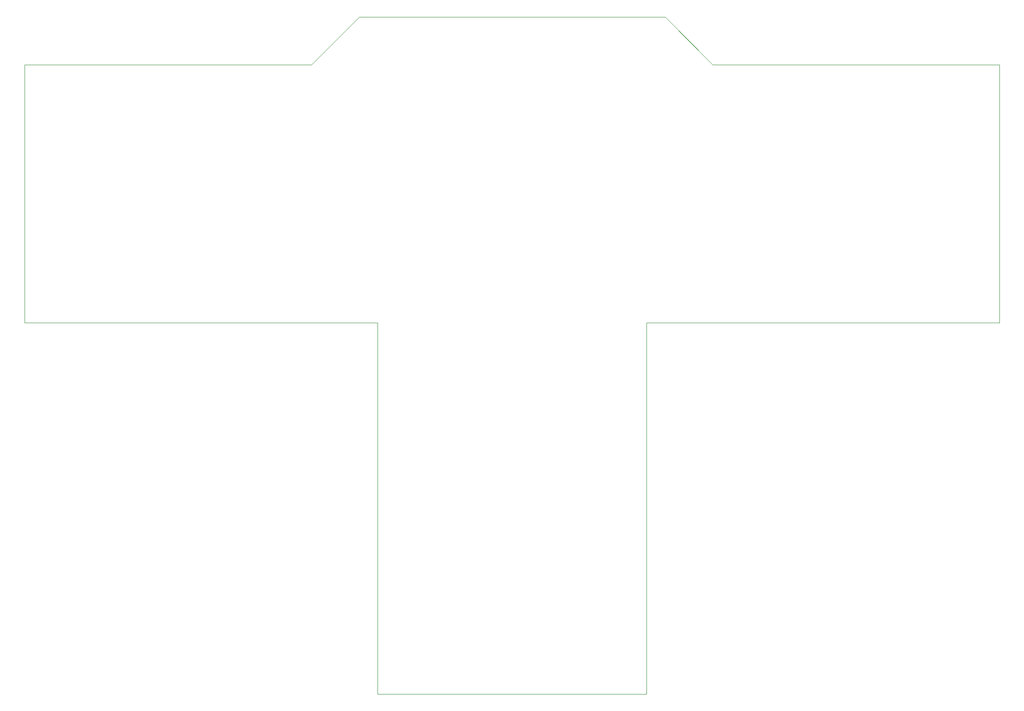
<source format=gm1>
%TF.GenerationSoftware,KiCad,Pcbnew,8.0.3*%
%TF.CreationDate,2024-07-01T16:21:37+02:00*%
%TF.ProjectId,bottomPCB,626f7474-6f6d-4504-9342-2e6b69636164,rev?*%
%TF.SameCoordinates,Original*%
%TF.FileFunction,Profile,NP*%
%FSLAX46Y46*%
G04 Gerber Fmt 4.6, Leading zero omitted, Abs format (unit mm)*
G04 Created by KiCad (PCBNEW 8.0.3) date 2024-07-01 16:21:37*
%MOMM*%
%LPD*%
G01*
G04 APERTURE LIST*
%TA.AperFunction,Profile*%
%ADD10C,0.050000*%
%TD*%
G04 APERTURE END LIST*
D10*
X-28000000Y17000000D02*
X-19000000Y26000000D01*
X102390000Y-32000000D02*
X102390000Y17000000D01*
X-15500000Y-102390000D02*
X35500000Y-102390000D01*
X48000000Y17000000D02*
X39000000Y26000000D01*
X-82390000Y-32000000D02*
X-15500000Y-32000000D01*
X-15500000Y-32000000D02*
X-15500000Y-102390000D01*
X48000000Y17000000D02*
X102390000Y17000000D01*
X-82390000Y-32000000D02*
X-82390000Y17000000D01*
X35500000Y-32000000D02*
X35500000Y-102390000D01*
X102390000Y-32000000D02*
X35500000Y-32000000D01*
X39000000Y26000000D02*
X-19000000Y26000000D01*
X-28000000Y17000000D02*
X-82390000Y17000000D01*
M02*

</source>
